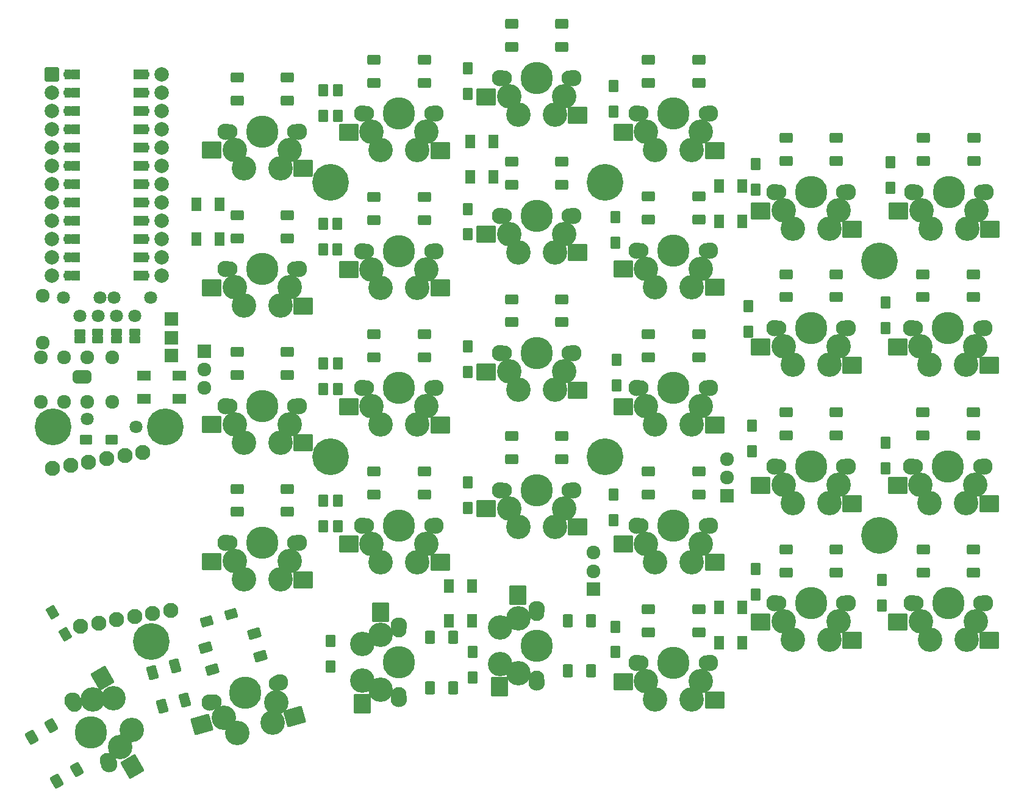
<source format=gts>
G04 #@! TF.GenerationSoftware,KiCad,Pcbnew,(6.0.10)*
G04 #@! TF.CreationDate,2023-01-19T22:05:10+01:00*
G04 #@! TF.ProjectId,SofleKeyboard,536f666c-654b-4657-9962-6f6172642e6b,rev?*
G04 #@! TF.SameCoordinates,Original*
G04 #@! TF.FileFunction,Soldermask,Top*
G04 #@! TF.FilePolarity,Negative*
%FSLAX46Y46*%
G04 Gerber Fmt 4.6, Leading zero omitted, Abs format (unit mm)*
G04 Created by KiCad (PCBNEW (6.0.10)) date 2023-01-19 22:05:10*
%MOMM*%
%LPD*%
G01*
G04 APERTURE LIST*
G04 Aperture macros list*
%AMRoundRect*
0 Rectangle with rounded corners*
0 $1 Rounding radius*
0 $2 $3 $4 $5 $6 $7 $8 $9 X,Y pos of 4 corners*
0 Add a 4 corners polygon primitive as box body*
4,1,4,$2,$3,$4,$5,$6,$7,$8,$9,$2,$3,0*
0 Add four circle primitives for the rounded corners*
1,1,$1+$1,$2,$3*
1,1,$1+$1,$4,$5*
1,1,$1+$1,$6,$7*
1,1,$1+$1,$8,$9*
0 Add four rect primitives between the rounded corners*
20,1,$1+$1,$2,$3,$4,$5,0*
20,1,$1+$1,$4,$5,$6,$7,0*
20,1,$1+$1,$6,$7,$8,$9,0*
20,1,$1+$1,$8,$9,$2,$3,0*%
%AMFreePoly0*
4,1,41,0.586777,0.930194,0.656366,0.874698,0.694986,0.794504,0.700000,0.750000,0.700000,-0.750000,0.680194,-0.836777,0.624698,-0.906366,0.544504,-0.944986,0.500000,-0.950000,0.000000,-0.950000,-0.023504,-0.944635,-0.083606,-0.943534,-0.139582,-0.934468,-0.274897,-0.892193,-0.326080,-0.867780,-0.444090,-0.789225,-0.486362,-0.751429,-0.577582,-0.642910,-0.607548,-0.594768,-0.664643,-0.465009,
-0.679893,-0.410393,-0.697476,-0.275933,-0.697084,-0.275882,-0.700000,-0.250000,-0.700000,0.250000,-0.697921,0.259109,-0.697582,0.286880,-0.675771,0.426957,-0.659192,0.481183,-0.598944,0.609508,-0.567811,0.656904,-0.473967,0.763162,-0.430783,0.799915,-0.310888,0.875563,-0.259125,0.898717,-0.122818,0.937674,-0.066635,0.945370,-0.042411,0.945222,0.000000,0.950000,0.500000,0.950000,
0.586777,0.930194,0.586777,0.930194,$1*%
%AMFreePoly1*
4,1,41,0.022678,0.944824,0.075125,0.944504,0.131210,0.936123,0.267031,0.895504,0.318507,0.871718,0.437469,0.794611,0.480202,0.757333,0.572740,0.649936,0.603290,0.602165,0.661967,0.473113,0.677883,0.418686,0.697980,0.278353,0.700000,0.250000,0.700000,-0.250000,0.699985,-0.252439,0.699836,-0.264655,0.697079,-0.295398,0.673559,-0.435199,0.656318,-0.489221,0.594506,-0.616800,
0.562797,-0.663810,0.467662,-0.768914,0.424032,-0.805137,0.303222,-0.879314,0.251181,-0.901834,0.114408,-0.939123,0.058135,-0.946132,0.037663,-0.945757,0.000000,-0.950000,-0.500000,-0.950000,-0.586777,-0.930194,-0.656366,-0.874698,-0.694986,-0.794504,-0.700000,-0.750000,-0.700000,0.750000,-0.680194,0.836777,-0.624698,0.906366,-0.544504,0.944986,-0.500000,0.950000,0.000000,0.950000,
0.022678,0.944824,0.022678,0.944824,$1*%
%AMFreePoly2*
4,1,31,0.586777,0.680194,0.641421,0.641421,1.141421,0.141421,1.188777,0.066056,1.198742,-0.022393,1.169345,-0.106406,1.141421,-0.141421,0.641421,-0.641421,0.566056,-0.688777,0.500000,-0.700000,0.000000,-0.700000,-0.086777,-0.680194,-0.156366,-0.624698,-0.194986,-0.544504,-0.200000,-0.500000,-0.200000,-0.338588,-0.236777,-0.330194,-0.306366,-0.274698,-0.344986,-0.194504,-0.350000,-0.150000,
-0.350000,0.150000,-0.330194,0.236777,-0.274698,0.306366,-0.200000,0.342339,-0.200000,0.500000,-0.180194,0.586777,-0.124698,0.656366,-0.044504,0.694986,0.000000,0.700000,0.500000,0.700000,0.586777,0.680194,0.586777,0.680194,$1*%
%AMFreePoly3*
4,1,26,0.336777,0.680194,0.406366,0.624698,0.444986,0.544504,0.450000,0.500000,0.450000,-0.500000,0.430194,-0.586777,0.374698,-0.656366,0.294504,-0.694986,0.250000,-0.700000,-0.650000,-0.700000,-0.736777,-0.680194,-0.806366,-0.624698,-0.844986,-0.544504,-0.844986,-0.455496,-0.806366,-0.375302,-0.791421,-0.358579,-0.432842,0.000000,-0.791421,0.358579,-0.838777,0.433944,-0.848742,0.522393,
-0.819345,0.606406,-0.756406,0.669345,-0.672393,0.698742,-0.650000,0.700000,0.250000,0.700000,0.336777,0.680194,0.336777,0.680194,$1*%
G04 Aperture macros list end*
%ADD10C,1.797000*%
%ADD11C,1.924000*%
%ADD12C,5.100000*%
%ADD13RoundRect,0.200000X-0.571500X0.317500X-0.571500X-0.317500X0.571500X-0.317500X0.571500X0.317500X0*%
%ADD14FreePoly0,0.000000*%
%ADD15FreePoly1,0.000000*%
%ADD16RoundRect,0.200000X-0.475000X0.650000X-0.475000X-0.650000X0.475000X-0.650000X0.475000X0.650000X0*%
%ADD17RoundRect,0.200000X-0.650000X-0.475000X0.650000X-0.475000X0.650000X0.475000X-0.650000X0.475000X0*%
%ADD18RoundRect,0.200000X-0.736362X0.325417X-0.086362X-0.800417X0.736362X-0.325417X0.086362X0.800417X0*%
%ADD19RoundRect,0.200000X0.493892X0.635764X-0.755748X0.277435X-0.493892X-0.635764X0.755748X-0.277435X0*%
%ADD20C,3.400000*%
%ADD21C,2.300000*%
%ADD22C,2.100000*%
%ADD23C,4.500000*%
%ADD24RoundRect,0.200000X0.700000X0.500000X-0.700000X0.500000X-0.700000X-0.500000X0.700000X-0.500000X0*%
%ADD25RoundRect,0.200000X-1.150000X-1.000000X1.150000X-1.000000X1.150000X1.000000X-1.150000X1.000000X0*%
%ADD26RoundRect,0.200000X-0.783013X0.356218X-0.083013X-0.856218X0.783013X-0.356218X0.083013X0.856218X0*%
%ADD27RoundRect,0.200000X1.441025X-0.495929X0.291025X1.495929X-1.441025X0.495929X-0.291025X-1.495929X0*%
%ADD28RoundRect,0.200000X0.500000X-0.700000X0.500000X0.700000X-0.500000X0.700000X-0.500000X-0.700000X0*%
%ADD29RoundRect,0.200000X-1.000000X1.150000X-1.000000X-1.150000X1.000000X-1.150000X1.000000X1.150000X0*%
%ADD30RoundRect,0.200000X-0.762000X0.762000X-0.762000X-0.762000X0.762000X-0.762000X0.762000X0.762000X0*%
%ADD31RoundRect,0.200000X0.762000X0.762000X-0.762000X0.762000X-0.762000X-0.762000X0.762000X-0.762000X0*%
%ADD32RoundRect,0.200000X-0.500000X0.750000X-0.500000X-0.750000X0.500000X-0.750000X0.500000X0.750000X0*%
%ADD33RoundRect,0.200000X0.500000X-0.750000X0.500000X0.750000X-0.500000X0.750000X-0.500000X-0.750000X0*%
%ADD34RoundRect,0.200000X0.687359X-0.583128X0.273903X0.858765X-0.687359X0.583128X-0.273903X-0.858765X0*%
%ADD35RoundRect,0.200000X0.750000X0.500000X-0.750000X0.500000X-0.750000X-0.500000X0.750000X-0.500000X0*%
%ADD36RoundRect,0.200000X0.762000X-0.762000X0.762000X0.762000X-0.762000X0.762000X-0.762000X-0.762000X0*%
%ADD37RoundRect,0.200000X0.535065X0.673577X-0.810702X0.287685X-0.535065X-0.673577X0.810702X-0.287685X0*%
%ADD38RoundRect,0.200000X-0.829814X-1.278245X1.381088X-0.644279X0.829814X1.278245X-1.381088X0.644279X0*%
%ADD39FreePoly2,0.000000*%
%ADD40FreePoly3,0.000000*%
%ADD41FreePoly2,180.000000*%
%ADD42FreePoly3,180.000000*%
%ADD43RoundRect,0.200000X-0.800000X0.800000X-0.800000X-0.800000X0.800000X-0.800000X0.800000X0.800000X0*%
%ADD44C,2.000000*%
G04 APERTURE END LIST*
D10*
X99935000Y-73075000D03*
X105015000Y-73075000D03*
X98015000Y-73075000D03*
X92935000Y-73075000D03*
D11*
X89800000Y-81300000D03*
X89800000Y-87500000D03*
X93000000Y-81300000D03*
X93000000Y-87500000D03*
X96200000Y-81300000D03*
X96200000Y-87500000D03*
X99700000Y-81300000D03*
X99700000Y-87500000D03*
D10*
X103000000Y-91000000D03*
X96175000Y-89875000D03*
D12*
X129975000Y-57075000D03*
X206150000Y-67950000D03*
X129960000Y-95170000D03*
X206170000Y-106030000D03*
X105120000Y-120760000D03*
D13*
X102786000Y-77903000D03*
X102786000Y-78903760D03*
X100246000Y-77903000D03*
X100246000Y-78903760D03*
X97665000Y-77903000D03*
X97665000Y-78903760D03*
D11*
X90000000Y-79325000D03*
X90000000Y-72825000D03*
D14*
X94825000Y-84075000D03*
D15*
X96125000Y-84075000D03*
D16*
X129000000Y-44225000D03*
X129000000Y-47775000D03*
X131000000Y-44225000D03*
X131000000Y-47775000D03*
X149000000Y-41225000D03*
X149000000Y-44775000D03*
X169250000Y-43650000D03*
X169250000Y-47200000D03*
X189000000Y-54475000D03*
X189000000Y-58025000D03*
X207750000Y-54250000D03*
X207750000Y-57800000D03*
X129000000Y-62825000D03*
X129000000Y-66375000D03*
X130900000Y-62825000D03*
X130900000Y-66375000D03*
X149000000Y-60725000D03*
X149000000Y-64275000D03*
X169500000Y-61875000D03*
X169500000Y-65425000D03*
X188000000Y-74225000D03*
X188000000Y-77775000D03*
X207000000Y-73725000D03*
X207000000Y-77275000D03*
X129000000Y-82225000D03*
X129000000Y-85775000D03*
X131000000Y-82225000D03*
X131000000Y-85775000D03*
X149000000Y-79790000D03*
X149000000Y-83340000D03*
X169725000Y-81650000D03*
X169725000Y-85200000D03*
X188500000Y-90825000D03*
X188500000Y-94375000D03*
X207000000Y-93225000D03*
X207000000Y-96775000D03*
X129000000Y-101225000D03*
X129000000Y-104775000D03*
X131000000Y-101225000D03*
X131000000Y-104775000D03*
X149000000Y-98725000D03*
X149000000Y-102275000D03*
X169250000Y-100375000D03*
X169250000Y-103925000D03*
X189000000Y-110725000D03*
X189000000Y-114275000D03*
X206500000Y-112225000D03*
X206500000Y-115775000D03*
D17*
X96000000Y-92775000D03*
X99550000Y-92775000D03*
D18*
X91387500Y-116737805D03*
X93162500Y-119812195D03*
D19*
X116206240Y-117010744D03*
X112793760Y-117989256D03*
D16*
X130000000Y-120725000D03*
X130000000Y-124275000D03*
X149700000Y-122225000D03*
X149700000Y-125775000D03*
D20*
X123040000Y-55080000D03*
D21*
X115420000Y-50000000D03*
D22*
X116000000Y-50000000D03*
D20*
X117960000Y-55080000D03*
D22*
X125000000Y-50000000D03*
D21*
X125580000Y-50000000D03*
D23*
X120500000Y-50000000D03*
D20*
X116690000Y-52540001D03*
X124310000Y-52540000D03*
D24*
X124000000Y-42500000D03*
X124000000Y-45700000D03*
X117000000Y-45700000D03*
X117000000Y-42500000D03*
D25*
X113500000Y-52580000D03*
X126200000Y-55120000D03*
D22*
X135000000Y-47500000D03*
D20*
X136960000Y-52580000D03*
D23*
X139500000Y-47500000D03*
D20*
X142040000Y-52580000D03*
X135690000Y-50040001D03*
X143310000Y-50040000D03*
D22*
X144000000Y-47500000D03*
D21*
X144580000Y-47500000D03*
X134420000Y-47500000D03*
D24*
X143000000Y-40000000D03*
X143000000Y-43200000D03*
X136000000Y-43200000D03*
X136000000Y-40000000D03*
D25*
X132500000Y-50080000D03*
X145200000Y-52620000D03*
D20*
X161140000Y-47650000D03*
X154790000Y-45110001D03*
X156060000Y-47650000D03*
X162410000Y-45110000D03*
D22*
X163100000Y-42570000D03*
D21*
X163680000Y-42570000D03*
D22*
X154100000Y-42570000D03*
D23*
X158600000Y-42570000D03*
D21*
X153520000Y-42570000D03*
D24*
X162100000Y-35070000D03*
X162100000Y-38270000D03*
X155100000Y-38270000D03*
X155100000Y-35070000D03*
D25*
X151600000Y-45150000D03*
X164300000Y-47690000D03*
D22*
X182100000Y-47500000D03*
D20*
X175060000Y-52580000D03*
D21*
X172520000Y-47500000D03*
D23*
X177600000Y-47500000D03*
D20*
X181410000Y-50040000D03*
D21*
X182680000Y-47500000D03*
D22*
X173100000Y-47500000D03*
D20*
X173790000Y-50040001D03*
X180140000Y-52580000D03*
D24*
X181100000Y-40000000D03*
X181100000Y-43200000D03*
X174100000Y-43200000D03*
X174100000Y-40000000D03*
D25*
X170600000Y-50080000D03*
X183300000Y-52620000D03*
D21*
X191620000Y-58400000D03*
D20*
X200510000Y-60940000D03*
D21*
X201780000Y-58400000D03*
D20*
X192890000Y-60940001D03*
D23*
X196700000Y-58400000D03*
D22*
X192200000Y-58400000D03*
X201200000Y-58400000D03*
D20*
X199240000Y-63480000D03*
X194160000Y-63480000D03*
D24*
X200200000Y-50900000D03*
X200200000Y-54100000D03*
X193200000Y-54100000D03*
X193200000Y-50900000D03*
D25*
X189700000Y-60980000D03*
X202400000Y-63520000D03*
D21*
X125580000Y-69100000D03*
D22*
X125000000Y-69100000D03*
D21*
X115420000Y-69100000D03*
D20*
X117960000Y-74180000D03*
X123040000Y-74180000D03*
X116690000Y-71640001D03*
D22*
X116000000Y-69100000D03*
D20*
X124310000Y-71640000D03*
D23*
X120500000Y-69100000D03*
D24*
X124000000Y-61600000D03*
X124000000Y-64800000D03*
X117000000Y-64800000D03*
X117000000Y-61600000D03*
D25*
X113500000Y-71680000D03*
X126200000Y-74220000D03*
D21*
X134420000Y-66600000D03*
D20*
X135690000Y-69140001D03*
X136960000Y-71680000D03*
X142040000Y-71680000D03*
D21*
X144580000Y-66600000D03*
D23*
X139500000Y-66600000D03*
D22*
X135000000Y-66600000D03*
X144000000Y-66600000D03*
D20*
X143310000Y-69140000D03*
D24*
X143000000Y-59100000D03*
X143000000Y-62300000D03*
X136000000Y-62300000D03*
X136000000Y-59100000D03*
D25*
X132500000Y-69180000D03*
X145200000Y-71720000D03*
D22*
X163100000Y-61660000D03*
D23*
X158600000Y-61660000D03*
D22*
X154100000Y-61660000D03*
D20*
X154790000Y-64200001D03*
D21*
X163680000Y-61660000D03*
D20*
X162410000Y-64200000D03*
D21*
X153520000Y-61660000D03*
D20*
X156060000Y-66740000D03*
X161140000Y-66740000D03*
D24*
X162100000Y-54160000D03*
X162100000Y-57360000D03*
X155100000Y-57360000D03*
X155100000Y-54160000D03*
D25*
X151600000Y-64240000D03*
X164300000Y-66780000D03*
D20*
X175060000Y-71580000D03*
D23*
X177600000Y-66500000D03*
D21*
X182680000Y-66500000D03*
D22*
X173100000Y-66500000D03*
D20*
X173790000Y-69040001D03*
X181410000Y-69040000D03*
D22*
X182100000Y-66500000D03*
D21*
X172520000Y-66500000D03*
D20*
X180140000Y-71580000D03*
D24*
X181100000Y-59000000D03*
X181100000Y-62200000D03*
X174100000Y-62200000D03*
X174100000Y-59000000D03*
D25*
X170600000Y-69080000D03*
X183300000Y-71620000D03*
D21*
X191620000Y-77300000D03*
D20*
X200510000Y-79840000D03*
X194160000Y-82380000D03*
X199240000Y-82380000D03*
D23*
X196700000Y-77300000D03*
D22*
X201200000Y-77300000D03*
D20*
X192890000Y-79840001D03*
D21*
X201780000Y-77300000D03*
D22*
X192200000Y-77300000D03*
D24*
X200200000Y-69800000D03*
X200200000Y-73000000D03*
X193200000Y-73000000D03*
X193200000Y-69800000D03*
D25*
X189700000Y-79880000D03*
X202400000Y-82420000D03*
D22*
X220200000Y-77300000D03*
D23*
X215700000Y-77300000D03*
D21*
X220780000Y-77300000D03*
D20*
X211890000Y-79840001D03*
X218240000Y-82380000D03*
X219510000Y-79840000D03*
D21*
X210620000Y-77300000D03*
D20*
X213160000Y-82380000D03*
D22*
X211200000Y-77300000D03*
D24*
X219200000Y-69800000D03*
X219200000Y-73000000D03*
X212200000Y-73000000D03*
X212200000Y-69800000D03*
D25*
X208700000Y-79880000D03*
X221400000Y-82420000D03*
D23*
X120500000Y-88100000D03*
D22*
X116000000Y-88100000D03*
D21*
X115420000Y-88100000D03*
D20*
X124310000Y-90640000D03*
D21*
X125580000Y-88100000D03*
D20*
X123040000Y-93180000D03*
X117960000Y-93180000D03*
X116690000Y-90640001D03*
D22*
X125000000Y-88100000D03*
D24*
X124000000Y-80600000D03*
X124000000Y-83800000D03*
X117000000Y-83800000D03*
X117000000Y-80600000D03*
D25*
X113500000Y-90680000D03*
X126200000Y-93220000D03*
D23*
X139500000Y-85600000D03*
D20*
X143310000Y-88140000D03*
X136960000Y-90680000D03*
D21*
X144580000Y-85600000D03*
D22*
X135000000Y-85600000D03*
D21*
X134420000Y-85600000D03*
D20*
X142040000Y-90680000D03*
X135690000Y-88140001D03*
D22*
X144000000Y-85600000D03*
D24*
X143000000Y-78100000D03*
X143000000Y-81300000D03*
X136000000Y-81300000D03*
X136000000Y-78100000D03*
D25*
X132500000Y-88180000D03*
X145200000Y-90720000D03*
D23*
X158600000Y-80760000D03*
D21*
X163680000Y-80760000D03*
X153520000Y-80760000D03*
D22*
X163100000Y-80760000D03*
D20*
X161140000Y-85840000D03*
X156060000Y-85840000D03*
X154790000Y-83300001D03*
D22*
X154100000Y-80760000D03*
D20*
X162410000Y-83300000D03*
D24*
X162100000Y-73260000D03*
X162100000Y-76460000D03*
X155100000Y-76460000D03*
X155100000Y-73260000D03*
D25*
X151600000Y-83340000D03*
X164300000Y-85880000D03*
D20*
X181410000Y-88140000D03*
D22*
X173100000Y-85600000D03*
X182100000Y-85600000D03*
D23*
X177600000Y-85600000D03*
D21*
X172520000Y-85600000D03*
D20*
X175060000Y-90680000D03*
D21*
X182680000Y-85600000D03*
D20*
X173790000Y-88140001D03*
X180140000Y-90680000D03*
D24*
X181100000Y-78100000D03*
X181100000Y-81300000D03*
X174100000Y-81300000D03*
X174100000Y-78100000D03*
D25*
X170600000Y-88180000D03*
X183300000Y-90720000D03*
D21*
X191620000Y-96500000D03*
D20*
X200510000Y-99040000D03*
X199240000Y-101580000D03*
X194160000Y-101580000D03*
X192890000Y-99040001D03*
D23*
X196700000Y-96500000D03*
D21*
X201780000Y-96500000D03*
D22*
X201200000Y-96500000D03*
X192200000Y-96500000D03*
D24*
X200200000Y-89000000D03*
X200200000Y-92200000D03*
X193200000Y-92200000D03*
X193200000Y-89000000D03*
D25*
X189700000Y-99080000D03*
X202400000Y-101620000D03*
D20*
X213160000Y-101580000D03*
D21*
X210620000Y-96500000D03*
D23*
X215700000Y-96500000D03*
D22*
X220200000Y-96500000D03*
D21*
X220780000Y-96500000D03*
D20*
X219510000Y-99040000D03*
X218240000Y-101580000D03*
D22*
X211200000Y-96500000D03*
D20*
X211890000Y-99040001D03*
D24*
X219200000Y-89000000D03*
X219200000Y-92200000D03*
X212200000Y-92200000D03*
X212200000Y-89000000D03*
D25*
X208700000Y-99080000D03*
X221400000Y-101620000D03*
D20*
X117960000Y-112180000D03*
D23*
X120500000Y-107100000D03*
D20*
X123040000Y-112180000D03*
X116690000Y-109640001D03*
D22*
X116000000Y-107100000D03*
D21*
X125580000Y-107100000D03*
D20*
X124310000Y-109640000D03*
D21*
X115420000Y-107100000D03*
D22*
X125000000Y-107100000D03*
D24*
X124000000Y-99600000D03*
X124000000Y-102800000D03*
X117000000Y-102800000D03*
X117000000Y-99600000D03*
D25*
X113500000Y-109680000D03*
X126200000Y-112220000D03*
D20*
X136960000Y-109780000D03*
X143310000Y-107240000D03*
D22*
X135000000Y-104700000D03*
D20*
X142040000Y-109780000D03*
D23*
X139500000Y-104700000D03*
D21*
X144580000Y-104700000D03*
X134420000Y-104700000D03*
D22*
X144000000Y-104700000D03*
D20*
X135690000Y-107240001D03*
D24*
X143000000Y-97200000D03*
X143000000Y-100400000D03*
X136000000Y-100400000D03*
X136000000Y-97200000D03*
D25*
X132500000Y-107280000D03*
X145200000Y-109820000D03*
D22*
X154100000Y-99760000D03*
D21*
X163680000Y-99760000D03*
D22*
X163100000Y-99760000D03*
D23*
X158600000Y-99760000D03*
D20*
X154790000Y-102300001D03*
D21*
X153520000Y-99760000D03*
D20*
X161140000Y-104840000D03*
X162410000Y-102300000D03*
X156060000Y-104840000D03*
D24*
X162100000Y-92260000D03*
X162100000Y-95460000D03*
X155100000Y-95460000D03*
X155100000Y-92260000D03*
D25*
X151600000Y-102340000D03*
X164300000Y-104880000D03*
D23*
X177600000Y-104700000D03*
D20*
X180140000Y-109780000D03*
D21*
X172520000Y-104700000D03*
D20*
X181410000Y-107240000D03*
X173790000Y-107240001D03*
D22*
X182100000Y-104700000D03*
X173100000Y-104700000D03*
D20*
X175060000Y-109780000D03*
D21*
X182680000Y-104700000D03*
D24*
X181100000Y-97200000D03*
X181100000Y-100400000D03*
X174100000Y-100400000D03*
X174100000Y-97200000D03*
D25*
X170600000Y-107280000D03*
X183300000Y-109820000D03*
D20*
X192890000Y-118040001D03*
D23*
X196700000Y-115500000D03*
D20*
X199240000Y-120580000D03*
D22*
X201200000Y-115500000D03*
D20*
X200510000Y-118040000D03*
D21*
X191620000Y-115500000D03*
D20*
X194160000Y-120580000D03*
D21*
X201780000Y-115500000D03*
D22*
X192200000Y-115500000D03*
D24*
X200200000Y-108000000D03*
X200200000Y-111200000D03*
X193200000Y-111200000D03*
X193200000Y-108000000D03*
D25*
X189700000Y-118080000D03*
X202400000Y-120620000D03*
D20*
X213210000Y-120580000D03*
X211940000Y-118040001D03*
D23*
X215750000Y-115500000D03*
D21*
X220830000Y-115500000D03*
D20*
X219560000Y-118040000D03*
D22*
X220250000Y-115500000D03*
D21*
X210670000Y-115500000D03*
D22*
X211250000Y-115500000D03*
D20*
X218290000Y-120580000D03*
D24*
X219250000Y-108000000D03*
X219250000Y-111200000D03*
X212250000Y-111200000D03*
X212250000Y-108000000D03*
D25*
X208750000Y-118080000D03*
X221450000Y-120620000D03*
D23*
X96710000Y-133400000D03*
D22*
X94460000Y-129502886D03*
D20*
X99839409Y-128660295D03*
X102379409Y-133059705D03*
D22*
X98960000Y-137297114D03*
D21*
X94170000Y-129000591D03*
X99250000Y-137799409D03*
D20*
X100814705Y-135429556D03*
X97004705Y-128830443D03*
D26*
X88464809Y-134118911D03*
X91236091Y-132518911D03*
X94736091Y-138581089D03*
X91964809Y-140181089D03*
D27*
X102444346Y-138172178D03*
X98294050Y-125903655D03*
D21*
X139500000Y-128780000D03*
D20*
X136959999Y-119890000D03*
X136960000Y-127510000D03*
D21*
X139500000Y-118620000D03*
D22*
X139500000Y-128200000D03*
D20*
X134420000Y-126240000D03*
D22*
X139500000Y-119200000D03*
D20*
X134420000Y-121160000D03*
D23*
X139500000Y-123700000D03*
D28*
X147000000Y-127200000D03*
X143800000Y-127200000D03*
X143800000Y-120200000D03*
X147000000Y-120200000D03*
D29*
X136920000Y-116700000D03*
X134380000Y-129400000D03*
D23*
X158600000Y-121400000D03*
D20*
X156059999Y-117590000D03*
D21*
X158600000Y-116320000D03*
D22*
X158600000Y-125900000D03*
X158600000Y-116900000D03*
D20*
X153520000Y-123940000D03*
X156060000Y-125210000D03*
X153520000Y-118860000D03*
D21*
X158600000Y-126480000D03*
D28*
X166100000Y-124900000D03*
X162900000Y-124900000D03*
X162900000Y-117900000D03*
X166100000Y-117900000D03*
D29*
X156020000Y-114400000D03*
X153480000Y-127100000D03*
D12*
X91500000Y-91000000D03*
D13*
X95166000Y-77918240D03*
X95166000Y-78919000D03*
D30*
X107900000Y-81100000D03*
D31*
X107900000Y-78600000D03*
X107900000Y-76000000D03*
D10*
X95165000Y-75575000D03*
X97705000Y-75575000D03*
X100245000Y-75575000D03*
X102785000Y-75575000D03*
D16*
X169500000Y-118725000D03*
X169500000Y-122275000D03*
D12*
X107000000Y-91000000D03*
D22*
X98915576Y-95421582D03*
X100277836Y-117774620D03*
X96414164Y-95862648D03*
X102779248Y-117333554D03*
X93912753Y-96303714D03*
X105280660Y-116892488D03*
X107782071Y-116451421D03*
X91411341Y-96744781D03*
X95275013Y-118656753D03*
X103918399Y-94539449D03*
X101416988Y-94980515D03*
X97776424Y-118215687D03*
D32*
X114600000Y-60050000D03*
X111400000Y-60050000D03*
X111400000Y-64950000D03*
X114600000Y-64950000D03*
D33*
X149400000Y-56240000D03*
X152600000Y-56240000D03*
X152600000Y-51340000D03*
X149400000Y-51340000D03*
D32*
X187100000Y-57550000D03*
X183900000Y-57550000D03*
X183900000Y-62450000D03*
X187100000Y-62450000D03*
D34*
X106637293Y-129796111D03*
X109713330Y-128914071D03*
X108362707Y-124203889D03*
X105286670Y-125085929D03*
D32*
X149600000Y-113050000D03*
X146400000Y-113050000D03*
X146400000Y-117950000D03*
X149600000Y-117950000D03*
X187100000Y-116050000D03*
X183900000Y-116050000D03*
X183900000Y-120950000D03*
X187100000Y-120950000D03*
D35*
X108950000Y-87100000D03*
X108950000Y-83900000D03*
X104050000Y-83900000D03*
X104050000Y-87100000D03*
D30*
X185000000Y-100550000D03*
D11*
X185000000Y-98050000D03*
X185000000Y-95450000D03*
D30*
X166500000Y-113550000D03*
D11*
X166500000Y-111050000D03*
X166500000Y-108450000D03*
D36*
X112500000Y-80500000D03*
D11*
X112500000Y-83000000D03*
X112500000Y-85600000D03*
D22*
X173100000Y-123800000D03*
D20*
X180140000Y-128880000D03*
D22*
X182100000Y-123800000D03*
D20*
X173790000Y-126340001D03*
X175060000Y-128880000D03*
D21*
X172520000Y-123800000D03*
D23*
X177600000Y-123800000D03*
D20*
X181410000Y-126340000D03*
D21*
X182680000Y-123800000D03*
D24*
X181100000Y-116300000D03*
X181100000Y-119500000D03*
X174100000Y-119500000D03*
X174100000Y-116300000D03*
D25*
X170600000Y-126380000D03*
X183300000Y-128920000D03*
D23*
X118100000Y-127900000D03*
D20*
X122462526Y-129291426D03*
X117058633Y-133483328D03*
D22*
X122425678Y-126659632D03*
D20*
X121941842Y-132083091D03*
X115137712Y-131391784D03*
D21*
X122983209Y-126499762D03*
X113216791Y-129300238D03*
D22*
X113774322Y-129140368D03*
D37*
X119397136Y-119725807D03*
X120279175Y-122801844D03*
X113550343Y-124731305D03*
X112668304Y-121655268D03*
D38*
X112082313Y-132309517D03*
X124990455Y-131250527D03*
D20*
X213260000Y-63480000D03*
D21*
X220880000Y-58400000D03*
D20*
X211990000Y-60940001D03*
D22*
X211300000Y-58400000D03*
D20*
X219610000Y-60940000D03*
D23*
X215800000Y-58400000D03*
D21*
X210720000Y-58400000D03*
D22*
X220300000Y-58400000D03*
D20*
X218340000Y-63480000D03*
D24*
X219300000Y-50900000D03*
X219300000Y-54100000D03*
X212300000Y-54100000D03*
X212300000Y-50900000D03*
D25*
X208800000Y-60980000D03*
X221500000Y-63520000D03*
D39*
X93275000Y-67475000D03*
D40*
X94725000Y-67475000D03*
D39*
X93275000Y-49695000D03*
D40*
X94725000Y-49695000D03*
D41*
X104525000Y-49695000D03*
D42*
X103075000Y-49695000D03*
D39*
X93275000Y-64935000D03*
D40*
X94725000Y-64935000D03*
D39*
X93275000Y-44615000D03*
D40*
X94725000Y-44615000D03*
D41*
X104525000Y-70015000D03*
D42*
X103075000Y-70015000D03*
D39*
X93275000Y-54775000D03*
D40*
X94725000Y-54775000D03*
D41*
X104525000Y-59855000D03*
D42*
X103075000Y-59855000D03*
D39*
X93275000Y-57315000D03*
D40*
X94725000Y-57315000D03*
D39*
X93275000Y-52235000D03*
D40*
X94725000Y-52235000D03*
D43*
X91285000Y-42075000D03*
D44*
X91285000Y-44615000D03*
X91285000Y-47155000D03*
X91285000Y-49695000D03*
X91285000Y-52235000D03*
X91285000Y-54775000D03*
X91285000Y-57315000D03*
X91285000Y-59855000D03*
X91285000Y-62395000D03*
X91285000Y-64935000D03*
X91285000Y-67475000D03*
X91285000Y-70015000D03*
X106525000Y-70015000D03*
X106525000Y-67475000D03*
X106525000Y-64935000D03*
X106525000Y-62395000D03*
X106525000Y-59855000D03*
X106525000Y-57315000D03*
X106525000Y-54775000D03*
X106525000Y-52235000D03*
X106525000Y-49695000D03*
X106525000Y-47155000D03*
X106525000Y-44615000D03*
X106525000Y-42075000D03*
D41*
X104525000Y-57315000D03*
D42*
X103075000Y-57315000D03*
D39*
X93275000Y-47155000D03*
D40*
X94725000Y-47155000D03*
D41*
X104525000Y-47155000D03*
D42*
X103075000Y-47155000D03*
D39*
X93275000Y-42075000D03*
D40*
X94725000Y-42075000D03*
D41*
X104525000Y-44615000D03*
D42*
X103075000Y-44615000D03*
D41*
X104525000Y-52235000D03*
D42*
X103075000Y-52235000D03*
D39*
X93275000Y-59855000D03*
D40*
X94725000Y-59855000D03*
D41*
X104525000Y-67475000D03*
D42*
X103075000Y-67475000D03*
D41*
X104525000Y-64935000D03*
D42*
X103075000Y-64935000D03*
D12*
X168060000Y-57060000D03*
D41*
X104525000Y-54775000D03*
D42*
X103075000Y-54775000D03*
D39*
X93275000Y-62395000D03*
D40*
X94725000Y-62395000D03*
D39*
X93275000Y-70015000D03*
D40*
X94725000Y-70015000D03*
D12*
X168060000Y-95180000D03*
D41*
X104525000Y-62395000D03*
D42*
X103075000Y-62395000D03*
D41*
X104525000Y-42075000D03*
D42*
X103075000Y-42075000D03*
M02*

</source>
